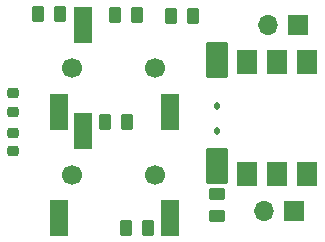
<source format=gts>
G04 #@! TF.GenerationSoftware,KiCad,Pcbnew,8.0.1*
G04 #@! TF.CreationDate,2024-03-31T17:01:24-05:00*
G04 #@! TF.ProjectId,minimidi_v1,6d696e69-6d69-4646-995f-76312e6b6963,rev?*
G04 #@! TF.SameCoordinates,Original*
G04 #@! TF.FileFunction,Soldermask,Top*
G04 #@! TF.FilePolarity,Negative*
%FSLAX46Y46*%
G04 Gerber Fmt 4.6, Leading zero omitted, Abs format (unit mm)*
G04 Created by KiCad (PCBNEW 8.0.1) date 2024-03-31 17:01:24*
%MOMM*%
%LPD*%
G01*
G04 APERTURE LIST*
G04 Aperture macros list*
%AMRoundRect*
0 Rectangle with rounded corners*
0 $1 Rounding radius*
0 $2 $3 $4 $5 $6 $7 $8 $9 X,Y pos of 4 corners*
0 Add a 4 corners polygon primitive as box body*
4,1,4,$2,$3,$4,$5,$6,$7,$8,$9,$2,$3,0*
0 Add four circle primitives for the rounded corners*
1,1,$1+$1,$2,$3*
1,1,$1+$1,$4,$5*
1,1,$1+$1,$6,$7*
1,1,$1+$1,$8,$9*
0 Add four rect primitives between the rounded corners*
20,1,$1+$1,$2,$3,$4,$5,0*
20,1,$1+$1,$4,$5,$6,$7,0*
20,1,$1+$1,$6,$7,$8,$9,0*
20,1,$1+$1,$8,$9,$2,$3,0*%
G04 Aperture macros list end*
%ADD10RoundRect,0.250000X0.262500X0.450000X-0.262500X0.450000X-0.262500X-0.450000X0.262500X-0.450000X0*%
%ADD11C,1.700000*%
%ADD12RoundRect,0.102000X-0.700000X-1.400000X0.700000X-1.400000X0.700000X1.400000X-0.700000X1.400000X0*%
%ADD13RoundRect,0.102000X-0.800000X-1.400000X0.800000X-1.400000X0.800000X1.400000X-0.800000X1.400000X0*%
%ADD14RoundRect,0.112500X0.112500X-0.187500X0.112500X0.187500X-0.112500X0.187500X-0.112500X-0.187500X0*%
%ADD15RoundRect,0.218750X0.256250X-0.218750X0.256250X0.218750X-0.256250X0.218750X-0.256250X-0.218750X0*%
%ADD16R,1.780000X2.000000*%
%ADD17RoundRect,0.250000X-0.262500X-0.450000X0.262500X-0.450000X0.262500X0.450000X-0.262500X0.450000X0*%
%ADD18R,1.700000X1.700000*%
%ADD19O,1.700000X1.700000*%
%ADD20RoundRect,0.250000X0.450000X-0.262500X0.450000X0.262500X-0.450000X0.262500X-0.450000X-0.262500X0*%
G04 APERTURE END LIST*
D10*
X136670353Y-85115635D03*
X134845353Y-85115635D03*
X131112500Y-94100000D03*
X129287500Y-94100000D03*
D11*
X126468098Y-89600000D03*
X133468098Y-89600000D03*
D12*
X125368098Y-93300000D03*
X134768098Y-93300000D03*
X127368098Y-85900000D03*
D13*
X138768098Y-88850000D03*
D11*
X126468098Y-98600000D03*
X133468098Y-98600000D03*
D12*
X125368098Y-102300000D03*
X134768098Y-102300000D03*
X127368098Y-94900000D03*
D13*
X138768098Y-97850000D03*
D10*
X131926714Y-85102766D03*
X130101714Y-85102766D03*
X125412500Y-85000000D03*
X123587500Y-85000000D03*
D14*
X138700000Y-94900000D03*
X138700000Y-92800000D03*
D15*
X121500000Y-93250000D03*
X121500000Y-91675000D03*
D16*
X146380000Y-89035000D03*
X143840000Y-89035000D03*
X141300000Y-89035000D03*
X141300000Y-98565000D03*
X143840000Y-98565000D03*
X146380000Y-98565000D03*
D17*
X131060436Y-103077297D03*
X132885436Y-103077297D03*
D18*
X145635686Y-85882340D03*
D19*
X143095686Y-85882340D03*
D15*
X121500000Y-96625000D03*
X121500000Y-95050000D03*
D18*
X145294475Y-101670687D03*
D19*
X142754475Y-101670687D03*
D20*
X138701315Y-102066377D03*
X138701315Y-100241377D03*
M02*

</source>
